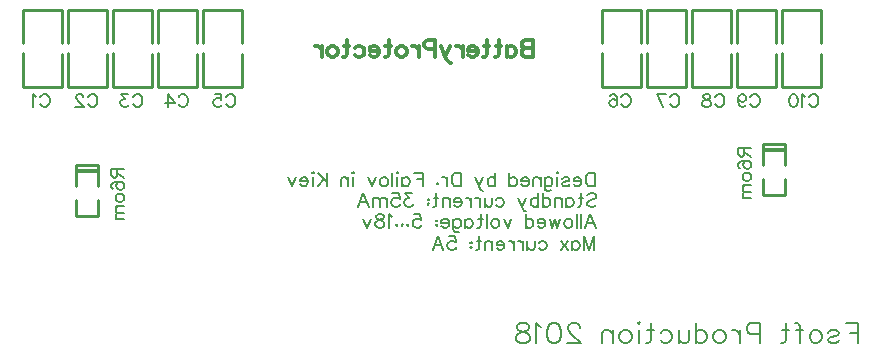
<source format=gbo>
G04 ---------------------------- Layer name :BOTTOM SILK LAYER*
G04 EasyEDA v5.6.10, Sat, 14 Jul 2018 09:59:27 GMT*
G04 2f10b13e7a714cddaf66bfbe285f99f1*
G04 Gerber Generator version 0.2*
G04 Scale: 100 percent, Rotated: No, Reflected: No *
G04 Dimensions in millimeters *
G04 leading zeros omitted , absolute positions ,3 integer and 3 decimal *
%FSLAX33Y33*%
%MOMM*%
G90*
G71D02*

%ADD10C,0.254000*%
%ADD15C,0.203200*%
%ADD16C,0.177800*%
%ADD39C,0.330200*%
%ADD41C,0.299999*%
%ADD42C,0.269999*%

%LPD*%
G54D42*
G01X4673Y27406D02*
G01X4673Y30276D01*
G01X8001Y30276D01*
G01X8001Y27406D01*
G01X8001Y27406D01*
G01X8001Y26492D02*
G01X8001Y26517D01*
G01X8001Y23698D01*
G01X4673Y23698D01*
G01X4673Y26568D01*
G01X8483Y27406D02*
G01X8483Y30276D01*
G01X11811Y30276D01*
G01X11811Y27406D01*
G01X11811Y27406D01*
G01X11811Y26492D02*
G01X11811Y26517D01*
G01X11811Y23698D01*
G01X8483Y23698D01*
G01X8483Y26568D01*
G01X12293Y27406D02*
G01X12293Y30276D01*
G01X15621Y30276D01*
G01X15621Y27406D01*
G01X15621Y27406D01*
G01X15621Y26492D02*
G01X15621Y26517D01*
G01X15621Y23698D01*
G01X12293Y23698D01*
G01X12293Y26568D01*
G01X16103Y27406D02*
G01X16103Y30276D01*
G01X19431Y30276D01*
G01X19431Y27406D01*
G01X19431Y27406D01*
G01X19431Y26492D02*
G01X19431Y26517D01*
G01X19431Y23698D01*
G01X16103Y23698D01*
G01X16103Y26568D01*
G01X19913Y27406D02*
G01X19913Y30276D01*
G01X23241Y30276D01*
G01X23241Y27406D01*
G01X23241Y27406D01*
G01X23241Y26492D02*
G01X23241Y26517D01*
G01X23241Y23698D01*
G01X19913Y23698D01*
G01X19913Y26568D01*
G01X53695Y27406D02*
G01X53695Y30276D01*
G01X57023Y30276D01*
G01X57023Y27406D01*
G01X57023Y27406D01*
G01X57023Y26492D02*
G01X57023Y26517D01*
G01X57023Y23698D01*
G01X53695Y23698D01*
G01X53695Y26568D01*
G01X57505Y27406D02*
G01X57505Y30276D01*
G01X60833Y30276D01*
G01X60833Y27406D01*
G01X60833Y27406D01*
G01X60833Y26492D02*
G01X60833Y26517D01*
G01X60833Y23698D01*
G01X57505Y23698D01*
G01X57505Y26568D01*
G01X61315Y27406D02*
G01X61315Y30276D01*
G01X64643Y30276D01*
G01X64643Y27406D01*
G01X64643Y27406D01*
G01X64643Y26492D02*
G01X64643Y26517D01*
G01X64643Y23698D01*
G01X61315Y23698D01*
G01X61315Y26568D01*
G01X65125Y27406D02*
G01X65125Y30276D01*
G01X68453Y30276D01*
G01X68453Y27406D01*
G01X68453Y27406D01*
G01X68453Y26492D02*
G01X68453Y26517D01*
G01X68453Y23698D01*
G01X65125Y23698D01*
G01X65125Y26568D01*
G01X68935Y27406D02*
G01X68935Y30276D01*
G01X72263Y30276D01*
G01X72263Y27406D01*
G01X72263Y27406D01*
G01X72263Y26492D02*
G01X72263Y26517D01*
G01X72263Y23698D01*
G01X68935Y23698D01*
G01X68935Y26568D01*
G54D39*
G01X69199Y18409D02*
G01X67452Y18409D01*
G54D10*
G01X69253Y17084D02*
G01X69253Y18884D01*
G01X67398Y18884D01*
G01X69253Y15885D02*
G01X69253Y14610D01*
G01X67398Y14610D01*
G01X67398Y14610D02*
G01X67398Y15885D01*
G01X67398Y17084D02*
G01X67398Y18884D01*
G54D39*
G01X11033Y16631D02*
G01X9286Y16631D01*
G54D10*
G01X11087Y15306D02*
G01X11087Y17106D01*
G01X9232Y17106D01*
G01X11087Y14107D02*
G01X11087Y12832D01*
G01X9232Y12832D01*
G01X9232Y12832D02*
G01X9232Y14107D01*
G01X9232Y15306D02*
G01X9232Y17106D01*
G54D41*
G01X47873Y27686D02*
G01X47873Y26254D01*
G01X47873Y27686D02*
G01X47259Y27686D01*
G01X47054Y27617D01*
G01X46986Y27549D01*
G01X46918Y27413D01*
G01X46918Y27276D01*
G01X46986Y27140D01*
G01X47054Y27072D01*
G01X47259Y27004D01*
G01X47873Y27004D02*
G01X47259Y27004D01*
G01X47054Y26935D01*
G01X46986Y26867D01*
G01X46918Y26731D01*
G01X46918Y26526D01*
G01X46986Y26390D01*
G01X47054Y26322D01*
G01X47259Y26254D01*
G01X47873Y26254D01*
G01X45650Y27208D02*
G01X45650Y26254D01*
G01X45650Y27004D02*
G01X45786Y27140D01*
G01X45923Y27208D01*
G01X46127Y27208D01*
G01X46263Y27140D01*
G01X46400Y27004D01*
G01X46468Y26799D01*
G01X46468Y26663D01*
G01X46400Y26458D01*
G01X46263Y26322D01*
G01X46127Y26254D01*
G01X45923Y26254D01*
G01X45786Y26322D01*
G01X45650Y26458D01*
G01X44995Y27686D02*
G01X44995Y26526D01*
G01X44927Y26322D01*
G01X44791Y26254D01*
G01X44654Y26254D01*
G01X45200Y27208D02*
G01X44723Y27208D01*
G01X44000Y27686D02*
G01X44000Y26526D01*
G01X43932Y26322D01*
G01X43795Y26254D01*
G01X43659Y26254D01*
G01X44204Y27208D02*
G01X43727Y27208D01*
G01X43209Y26799D02*
G01X42391Y26799D01*
G01X42391Y26935D01*
G01X42459Y27072D01*
G01X42527Y27140D01*
G01X42663Y27208D01*
G01X42868Y27208D01*
G01X43004Y27140D01*
G01X43141Y27004D01*
G01X43209Y26799D01*
G01X43209Y26663D01*
G01X43141Y26458D01*
G01X43004Y26322D01*
G01X42868Y26254D01*
G01X42663Y26254D01*
G01X42527Y26322D01*
G01X42391Y26458D01*
G01X41941Y27208D02*
G01X41941Y26254D01*
G01X41941Y26799D02*
G01X41873Y27004D01*
G01X41736Y27140D01*
G01X41600Y27208D01*
G01X41395Y27208D01*
G01X40877Y27208D02*
G01X40468Y26254D01*
G01X40059Y27208D02*
G01X40468Y26254D01*
G01X40604Y25981D01*
G01X40741Y25845D01*
G01X40877Y25776D01*
G01X40945Y25776D01*
G01X39609Y27686D02*
G01X39609Y26254D01*
G01X39609Y27686D02*
G01X38995Y27686D01*
G01X38791Y27617D01*
G01X38723Y27549D01*
G01X38654Y27413D01*
G01X38654Y27208D01*
G01X38723Y27072D01*
G01X38791Y27004D01*
G01X38995Y26935D01*
G01X39609Y26935D01*
G01X38204Y27208D02*
G01X38204Y26254D01*
G01X38204Y26799D02*
G01X38136Y27004D01*
G01X38000Y27140D01*
G01X37864Y27208D01*
G01X37659Y27208D01*
G01X36868Y27208D02*
G01X37004Y27140D01*
G01X37141Y27004D01*
G01X37209Y26799D01*
G01X37209Y26663D01*
G01X37141Y26458D01*
G01X37004Y26322D01*
G01X36868Y26254D01*
G01X36664Y26254D01*
G01X36527Y26322D01*
G01X36391Y26458D01*
G01X36323Y26663D01*
G01X36323Y26799D01*
G01X36391Y27004D01*
G01X36527Y27140D01*
G01X36664Y27208D01*
G01X36868Y27208D01*
G01X35668Y27686D02*
G01X35668Y26526D01*
G01X35600Y26322D01*
G01X35464Y26254D01*
G01X35327Y26254D01*
G01X35873Y27208D02*
G01X35395Y27208D01*
G01X34877Y26799D02*
G01X34059Y26799D01*
G01X34059Y26935D01*
G01X34127Y27072D01*
G01X34195Y27140D01*
G01X34332Y27208D01*
G01X34536Y27208D01*
G01X34673Y27140D01*
G01X34809Y27004D01*
G01X34877Y26799D01*
G01X34877Y26663D01*
G01X34809Y26458D01*
G01X34673Y26322D01*
G01X34536Y26254D01*
G01X34332Y26254D01*
G01X34195Y26322D01*
G01X34059Y26458D01*
G01X32791Y27004D02*
G01X32927Y27140D01*
G01X33064Y27208D01*
G01X33268Y27208D01*
G01X33404Y27140D01*
G01X33541Y27004D01*
G01X33609Y26799D01*
G01X33609Y26663D01*
G01X33541Y26458D01*
G01X33404Y26322D01*
G01X33268Y26254D01*
G01X33064Y26254D01*
G01X32927Y26322D01*
G01X32791Y26458D01*
G01X32136Y27686D02*
G01X32136Y26526D01*
G01X32068Y26322D01*
G01X31932Y26254D01*
G01X31795Y26254D01*
G01X32341Y27208D02*
G01X31864Y27208D01*
G01X31004Y27208D02*
G01X31141Y27140D01*
G01X31277Y27004D01*
G01X31345Y26799D01*
G01X31345Y26663D01*
G01X31277Y26458D01*
G01X31141Y26322D01*
G01X31004Y26254D01*
G01X30800Y26254D01*
G01X30664Y26322D01*
G01X30527Y26458D01*
G01X30459Y26663D01*
G01X30459Y26799D01*
G01X30527Y27004D01*
G01X30664Y27140D01*
G01X30800Y27208D01*
G01X31004Y27208D01*
G01X30009Y27208D02*
G01X30009Y26254D01*
G01X30009Y26799D02*
G01X29941Y27004D01*
G01X29804Y27140D01*
G01X29668Y27208D01*
G01X29464Y27208D01*
G54D15*
G01X75412Y3728D02*
G01X75412Y2010D01*
G01X75412Y3728D02*
G01X74349Y3728D01*
G01X75412Y2910D02*
G01X74758Y2910D01*
G01X72909Y2910D02*
G01X72991Y3073D01*
G01X73236Y3155D01*
G01X73481Y3155D01*
G01X73727Y3073D01*
G01X73809Y2910D01*
G01X73727Y2746D01*
G01X73563Y2664D01*
G01X73154Y2582D01*
G01X72991Y2500D01*
G01X72909Y2337D01*
G01X72909Y2255D01*
G01X72991Y2091D01*
G01X73236Y2010D01*
G01X73481Y2010D01*
G01X73727Y2091D01*
G01X73809Y2255D01*
G01X71960Y3155D02*
G01X72123Y3073D01*
G01X72287Y2910D01*
G01X72369Y2664D01*
G01X72369Y2500D01*
G01X72287Y2255D01*
G01X72123Y2091D01*
G01X71960Y2010D01*
G01X71714Y2010D01*
G01X71551Y2091D01*
G01X71387Y2255D01*
G01X71305Y2500D01*
G01X71305Y2664D01*
G01X71387Y2910D01*
G01X71551Y3073D01*
G01X71714Y3155D01*
G01X71960Y3155D01*
G01X70111Y3728D02*
G01X70274Y3728D01*
G01X70438Y3646D01*
G01X70520Y3400D01*
G01X70520Y2010D01*
G01X70765Y3155D02*
G01X70192Y3155D01*
G01X69325Y3728D02*
G01X69325Y2337D01*
G01X69243Y2091D01*
G01X69080Y2010D01*
G01X68916Y2010D01*
G01X69571Y3155D02*
G01X68998Y3155D01*
G01X67116Y3728D02*
G01X67116Y2010D01*
G01X67116Y3728D02*
G01X66380Y3728D01*
G01X66134Y3646D01*
G01X66052Y3564D01*
G01X65971Y3400D01*
G01X65971Y3155D01*
G01X66052Y2991D01*
G01X66134Y2910D01*
G01X66380Y2828D01*
G01X67116Y2828D01*
G01X65431Y3155D02*
G01X65431Y2010D01*
G01X65431Y2664D02*
G01X65349Y2910D01*
G01X65185Y3073D01*
G01X65021Y3155D01*
G01X64776Y3155D01*
G01X63827Y3155D02*
G01X63991Y3073D01*
G01X64154Y2910D01*
G01X64236Y2664D01*
G01X64236Y2500D01*
G01X64154Y2255D01*
G01X63991Y2091D01*
G01X63827Y2010D01*
G01X63581Y2010D01*
G01X63418Y2091D01*
G01X63254Y2255D01*
G01X63172Y2500D01*
G01X63172Y2664D01*
G01X63254Y2910D01*
G01X63418Y3073D01*
G01X63581Y3155D01*
G01X63827Y3155D01*
G01X61651Y3728D02*
G01X61651Y2010D01*
G01X61651Y2910D02*
G01X61814Y3073D01*
G01X61978Y3155D01*
G01X62223Y3155D01*
G01X62387Y3073D01*
G01X62551Y2910D01*
G01X62632Y2664D01*
G01X62632Y2500D01*
G01X62551Y2255D01*
G01X62387Y2091D01*
G01X62223Y2010D01*
G01X61978Y2010D01*
G01X61814Y2091D01*
G01X61651Y2255D01*
G01X61111Y3155D02*
G01X61111Y2337D01*
G01X61029Y2091D01*
G01X60865Y2010D01*
G01X60620Y2010D01*
G01X60456Y2091D01*
G01X60211Y2337D01*
G01X60211Y3155D02*
G01X60211Y2010D01*
G01X58689Y2910D02*
G01X58852Y3073D01*
G01X59016Y3155D01*
G01X59261Y3155D01*
G01X59425Y3073D01*
G01X59589Y2910D01*
G01X59671Y2664D01*
G01X59671Y2500D01*
G01X59589Y2255D01*
G01X59425Y2091D01*
G01X59261Y2010D01*
G01X59016Y2010D01*
G01X58852Y2091D01*
G01X58689Y2255D01*
G01X57903Y3728D02*
G01X57903Y2337D01*
G01X57821Y2091D01*
G01X57658Y2010D01*
G01X57494Y2010D01*
G01X58149Y3155D02*
G01X57576Y3155D01*
G01X56954Y3728D02*
G01X56872Y3646D01*
G01X56791Y3728D01*
G01X56872Y3810D01*
G01X56954Y3728D01*
G01X56872Y3155D02*
G01X56872Y2010D01*
G01X55841Y3155D02*
G01X56005Y3073D01*
G01X56169Y2910D01*
G01X56251Y2664D01*
G01X56251Y2500D01*
G01X56169Y2255D01*
G01X56005Y2091D01*
G01X55841Y2010D01*
G01X55596Y2010D01*
G01X55432Y2091D01*
G01X55269Y2255D01*
G01X55187Y2500D01*
G01X55187Y2664D01*
G01X55269Y2910D01*
G01X55432Y3073D01*
G01X55596Y3155D01*
G01X55841Y3155D01*
G01X54647Y3155D02*
G01X54647Y2010D01*
G01X54647Y2828D02*
G01X54401Y3073D01*
G01X54238Y3155D01*
G01X53992Y3155D01*
G01X53829Y3073D01*
G01X53747Y2828D01*
G01X53747Y2010D01*
G01X51865Y3319D02*
G01X51865Y3400D01*
G01X51783Y3564D01*
G01X51701Y3646D01*
G01X51538Y3728D01*
G01X51211Y3728D01*
G01X51047Y3646D01*
G01X50965Y3564D01*
G01X50883Y3400D01*
G01X50883Y3237D01*
G01X50965Y3073D01*
G01X51129Y2828D01*
G01X51947Y2010D01*
G01X50801Y2010D01*
G01X49771Y3728D02*
G01X50016Y3646D01*
G01X50180Y3400D01*
G01X50261Y2991D01*
G01X50261Y2746D01*
G01X50180Y2337D01*
G01X50016Y2091D01*
G01X49771Y2010D01*
G01X49607Y2010D01*
G01X49361Y2091D01*
G01X49198Y2337D01*
G01X49116Y2746D01*
G01X49116Y2991D01*
G01X49198Y3400D01*
G01X49361Y3646D01*
G01X49607Y3728D01*
G01X49771Y3728D01*
G01X48576Y3400D02*
G01X48412Y3482D01*
G01X48167Y3728D01*
G01X48167Y2010D01*
G01X47218Y3728D02*
G01X47463Y3646D01*
G01X47545Y3482D01*
G01X47545Y3319D01*
G01X47463Y3155D01*
G01X47300Y3073D01*
G01X46972Y2991D01*
G01X46727Y2910D01*
G01X46563Y2746D01*
G01X46482Y2582D01*
G01X46482Y2337D01*
G01X46563Y2173D01*
G01X46645Y2091D01*
G01X46891Y2010D01*
G01X47218Y2010D01*
G01X47463Y2091D01*
G01X47545Y2173D01*
G01X47627Y2337D01*
G01X47627Y2582D01*
G01X47545Y2746D01*
G01X47381Y2910D01*
G01X47136Y2991D01*
G01X46809Y3073D01*
G01X46645Y3155D01*
G01X46563Y3319D01*
G01X46563Y3482D01*
G01X46645Y3646D01*
G01X46891Y3728D01*
G01X47218Y3728D01*
G01X53108Y16455D02*
G01X53108Y15310D01*
G01X53108Y16455D02*
G01X52727Y16455D01*
G01X52563Y16400D01*
G01X52454Y16291D01*
G01X52399Y16182D01*
G01X52345Y16019D01*
G01X52345Y15746D01*
G01X52399Y15582D01*
G01X52454Y15473D01*
G01X52563Y15364D01*
G01X52727Y15310D01*
G01X53108Y15310D01*
G01X51985Y15746D02*
G01X51330Y15746D01*
G01X51330Y15855D01*
G01X51385Y15964D01*
G01X51439Y16019D01*
G01X51548Y16073D01*
G01X51712Y16073D01*
G01X51821Y16019D01*
G01X51930Y15910D01*
G01X51985Y15746D01*
G01X51985Y15637D01*
G01X51930Y15473D01*
G01X51821Y15364D01*
G01X51712Y15310D01*
G01X51548Y15310D01*
G01X51439Y15364D01*
G01X51330Y15473D01*
G01X50370Y15910D02*
G01X50425Y16019D01*
G01X50588Y16073D01*
G01X50752Y16073D01*
G01X50916Y16019D01*
G01X50970Y15910D01*
G01X50916Y15800D01*
G01X50807Y15746D01*
G01X50534Y15691D01*
G01X50425Y15637D01*
G01X50370Y15528D01*
G01X50370Y15473D01*
G01X50425Y15364D01*
G01X50588Y15310D01*
G01X50752Y15310D01*
G01X50916Y15364D01*
G01X50970Y15473D01*
G01X50010Y16455D02*
G01X49956Y16400D01*
G01X49901Y16455D01*
G01X49956Y16510D01*
G01X50010Y16455D01*
G01X49956Y16073D02*
G01X49956Y15310D01*
G01X48887Y16073D02*
G01X48887Y15200D01*
G01X48941Y15037D01*
G01X48996Y14982D01*
G01X49105Y14928D01*
G01X49268Y14928D01*
G01X49377Y14982D01*
G01X48887Y15910D02*
G01X48996Y16019D01*
G01X49105Y16073D01*
G01X49268Y16073D01*
G01X49377Y16019D01*
G01X49487Y15910D01*
G01X49541Y15746D01*
G01X49541Y15637D01*
G01X49487Y15473D01*
G01X49377Y15364D01*
G01X49268Y15310D01*
G01X49105Y15310D01*
G01X48996Y15364D01*
G01X48887Y15473D01*
G01X48527Y16073D02*
G01X48527Y15310D01*
G01X48527Y15855D02*
G01X48363Y16019D01*
G01X48254Y16073D01*
G01X48090Y16073D01*
G01X47981Y16019D01*
G01X47927Y15855D01*
G01X47927Y15310D01*
G01X47567Y15746D02*
G01X46912Y15746D01*
G01X46912Y15855D01*
G01X46967Y15964D01*
G01X47021Y16019D01*
G01X47130Y16073D01*
G01X47294Y16073D01*
G01X47403Y16019D01*
G01X47512Y15910D01*
G01X47567Y15746D01*
G01X47567Y15637D01*
G01X47512Y15473D01*
G01X47403Y15364D01*
G01X47294Y15310D01*
G01X47130Y15310D01*
G01X47021Y15364D01*
G01X46912Y15473D01*
G01X45897Y16455D02*
G01X45897Y15310D01*
G01X45897Y15910D02*
G01X46007Y16019D01*
G01X46116Y16073D01*
G01X46279Y16073D01*
G01X46388Y16019D01*
G01X46497Y15910D01*
G01X46552Y15746D01*
G01X46552Y15637D01*
G01X46497Y15473D01*
G01X46388Y15364D01*
G01X46279Y15310D01*
G01X46116Y15310D01*
G01X46007Y15364D01*
G01X45897Y15473D01*
G01X44697Y16455D02*
G01X44697Y15310D01*
G01X44697Y15910D02*
G01X44588Y16019D01*
G01X44479Y16073D01*
G01X44316Y16073D01*
G01X44207Y16019D01*
G01X44097Y15910D01*
G01X44043Y15746D01*
G01X44043Y15637D01*
G01X44097Y15473D01*
G01X44207Y15364D01*
G01X44316Y15310D01*
G01X44479Y15310D01*
G01X44588Y15364D01*
G01X44697Y15473D01*
G01X43628Y16073D02*
G01X43301Y15310D01*
G01X42974Y16073D02*
G01X43301Y15310D01*
G01X43410Y15091D01*
G01X43519Y14982D01*
G01X43628Y14928D01*
G01X43683Y14928D01*
G01X41774Y16455D02*
G01X41774Y15310D01*
G01X41774Y16455D02*
G01X41392Y16455D01*
G01X41228Y16400D01*
G01X41119Y16291D01*
G01X41065Y16182D01*
G01X41010Y16019D01*
G01X41010Y15746D01*
G01X41065Y15582D01*
G01X41119Y15473D01*
G01X41228Y15364D01*
G01X41392Y15310D01*
G01X41774Y15310D01*
G01X40650Y16073D02*
G01X40650Y15310D01*
G01X40650Y15746D02*
G01X40596Y15910D01*
G01X40487Y16019D01*
G01X40377Y16073D01*
G01X40214Y16073D01*
G01X39799Y15582D02*
G01X39854Y15528D01*
G01X39799Y15473D01*
G01X39745Y15528D01*
G01X39799Y15582D01*
G01X38545Y16455D02*
G01X38545Y15310D01*
G01X38545Y16455D02*
G01X37836Y16455D01*
G01X38545Y15910D02*
G01X38108Y15910D01*
G01X36821Y16073D02*
G01X36821Y15310D01*
G01X36821Y15910D02*
G01X36930Y16019D01*
G01X37039Y16073D01*
G01X37203Y16073D01*
G01X37312Y16019D01*
G01X37421Y15910D01*
G01X37476Y15746D01*
G01X37476Y15637D01*
G01X37421Y15473D01*
G01X37312Y15364D01*
G01X37203Y15310D01*
G01X37039Y15310D01*
G01X36930Y15364D01*
G01X36821Y15473D01*
G01X36461Y16455D02*
G01X36407Y16400D01*
G01X36352Y16455D01*
G01X36407Y16510D01*
G01X36461Y16455D01*
G01X36407Y16073D02*
G01X36407Y15310D01*
G01X35992Y16455D02*
G01X35992Y15310D01*
G01X35359Y16073D02*
G01X35468Y16019D01*
G01X35577Y15910D01*
G01X35632Y15746D01*
G01X35632Y15637D01*
G01X35577Y15473D01*
G01X35468Y15364D01*
G01X35359Y15310D01*
G01X35196Y15310D01*
G01X35087Y15364D01*
G01X34977Y15473D01*
G01X34923Y15637D01*
G01X34923Y15746D01*
G01X34977Y15910D01*
G01X35087Y16019D01*
G01X35196Y16073D01*
G01X35359Y16073D01*
G01X34563Y16073D02*
G01X34236Y15310D01*
G01X33908Y16073D02*
G01X34236Y15310D01*
G01X32708Y16455D02*
G01X32654Y16400D01*
G01X32599Y16455D01*
G01X32654Y16510D01*
G01X32708Y16455D01*
G01X32654Y16073D02*
G01X32654Y15310D01*
G01X32239Y16073D02*
G01X32239Y15310D01*
G01X32239Y15855D02*
G01X32076Y16019D01*
G01X31967Y16073D01*
G01X31803Y16073D01*
G01X31694Y16019D01*
G01X31639Y15855D01*
G01X31639Y15310D01*
G01X30439Y16455D02*
G01X30439Y15310D01*
G01X29676Y16455D02*
G01X30439Y15691D01*
G01X30167Y15964D02*
G01X29676Y15310D01*
G01X29316Y16455D02*
G01X29261Y16400D01*
G01X29207Y16455D01*
G01X29261Y16510D01*
G01X29316Y16455D01*
G01X29261Y16073D02*
G01X29261Y15310D01*
G01X28847Y15746D02*
G01X28192Y15746D01*
G01X28192Y15855D01*
G01X28247Y15964D01*
G01X28301Y16019D01*
G01X28410Y16073D01*
G01X28574Y16073D01*
G01X28683Y16019D01*
G01X28792Y15910D01*
G01X28847Y15746D01*
G01X28847Y15637D01*
G01X28792Y15473D01*
G01X28683Y15364D01*
G01X28574Y15310D01*
G01X28410Y15310D01*
G01X28301Y15364D01*
G01X28192Y15473D01*
G01X27832Y16073D02*
G01X27505Y15310D01*
G01X27177Y16073D02*
G01X27505Y15310D01*
G01X52488Y14568D02*
G01X52597Y14677D01*
G01X52761Y14732D01*
G01X52979Y14732D01*
G01X53143Y14677D01*
G01X53252Y14568D01*
G01X53252Y14459D01*
G01X53197Y14350D01*
G01X53143Y14295D01*
G01X53033Y14241D01*
G01X52706Y14132D01*
G01X52597Y14077D01*
G01X52543Y14022D01*
G01X52488Y13913D01*
G01X52488Y13750D01*
G01X52597Y13641D01*
G01X52761Y13586D01*
G01X52979Y13586D01*
G01X53143Y13641D01*
G01X53252Y13750D01*
G01X51964Y14732D02*
G01X51964Y13804D01*
G01X51910Y13641D01*
G01X51801Y13586D01*
G01X51692Y13586D01*
G01X52128Y14350D02*
G01X51746Y14350D01*
G01X50677Y14350D02*
G01X50677Y13586D01*
G01X50677Y14186D02*
G01X50786Y14295D01*
G01X50895Y14350D01*
G01X51059Y14350D01*
G01X51168Y14295D01*
G01X51277Y14186D01*
G01X51332Y14022D01*
G01X51332Y13913D01*
G01X51277Y13750D01*
G01X51168Y13641D01*
G01X51059Y13586D01*
G01X50895Y13586D01*
G01X50786Y13641D01*
G01X50677Y13750D01*
G01X50317Y14350D02*
G01X50317Y13586D01*
G01X50317Y14132D02*
G01X50153Y14295D01*
G01X50044Y14350D01*
G01X49881Y14350D01*
G01X49772Y14295D01*
G01X49717Y14132D01*
G01X49717Y13586D01*
G01X48703Y14732D02*
G01X48703Y13586D01*
G01X48703Y14186D02*
G01X48812Y14295D01*
G01X48921Y14350D01*
G01X49084Y14350D01*
G01X49193Y14295D01*
G01X49303Y14186D01*
G01X49357Y14022D01*
G01X49357Y13913D01*
G01X49303Y13750D01*
G01X49193Y13641D01*
G01X49084Y13586D01*
G01X48921Y13586D01*
G01X48812Y13641D01*
G01X48703Y13750D01*
G01X48343Y14732D02*
G01X48343Y13586D01*
G01X48343Y14186D02*
G01X48233Y14295D01*
G01X48124Y14350D01*
G01X47961Y14350D01*
G01X47852Y14295D01*
G01X47743Y14186D01*
G01X47688Y14022D01*
G01X47688Y13913D01*
G01X47743Y13750D01*
G01X47852Y13641D01*
G01X47961Y13586D01*
G01X48124Y13586D01*
G01X48233Y13641D01*
G01X48343Y13750D01*
G01X47273Y14350D02*
G01X46946Y13586D01*
G01X46619Y14350D02*
G01X46946Y13586D01*
G01X47055Y13368D01*
G01X47164Y13259D01*
G01X47273Y13204D01*
G01X47328Y13204D01*
G01X44764Y14186D02*
G01X44873Y14295D01*
G01X44983Y14350D01*
G01X45146Y14350D01*
G01X45255Y14295D01*
G01X45364Y14186D01*
G01X45419Y14022D01*
G01X45419Y13913D01*
G01X45364Y13750D01*
G01X45255Y13641D01*
G01X45146Y13586D01*
G01X44983Y13586D01*
G01X44873Y13641D01*
G01X44764Y13750D01*
G01X44404Y14350D02*
G01X44404Y13804D01*
G01X44350Y13641D01*
G01X44241Y13586D01*
G01X44077Y13586D01*
G01X43968Y13641D01*
G01X43804Y13804D01*
G01X43804Y14350D02*
G01X43804Y13586D01*
G01X43444Y14350D02*
G01X43444Y13586D01*
G01X43444Y14022D02*
G01X43390Y14186D01*
G01X43281Y14295D01*
G01X43172Y14350D01*
G01X43008Y14350D01*
G01X42648Y14350D02*
G01X42648Y13586D01*
G01X42648Y14022D02*
G01X42593Y14186D01*
G01X42484Y14295D01*
G01X42375Y14350D01*
G01X42212Y14350D01*
G01X41852Y14022D02*
G01X41197Y14022D01*
G01X41197Y14132D01*
G01X41252Y14241D01*
G01X41306Y14295D01*
G01X41415Y14350D01*
G01X41579Y14350D01*
G01X41688Y14295D01*
G01X41797Y14186D01*
G01X41852Y14022D01*
G01X41852Y13913D01*
G01X41797Y13750D01*
G01X41688Y13641D01*
G01X41579Y13586D01*
G01X41415Y13586D01*
G01X41306Y13641D01*
G01X41197Y13750D01*
G01X40837Y14350D02*
G01X40837Y13586D01*
G01X40837Y14132D02*
G01X40673Y14295D01*
G01X40564Y14350D01*
G01X40401Y14350D01*
G01X40292Y14295D01*
G01X40237Y14132D01*
G01X40237Y13586D01*
G01X39713Y14732D02*
G01X39713Y13804D01*
G01X39659Y13641D01*
G01X39550Y13586D01*
G01X39441Y13586D01*
G01X39877Y14350D02*
G01X39495Y14350D01*
G01X39026Y14241D02*
G01X39081Y14186D01*
G01X39026Y14132D01*
G01X38972Y14186D01*
G01X39026Y14241D01*
G01X39026Y13859D02*
G01X39081Y13804D01*
G01X39026Y13750D01*
G01X38972Y13804D01*
G01X39026Y13859D01*
G01X37663Y14732D02*
G01X37063Y14732D01*
G01X37390Y14295D01*
G01X37226Y14295D01*
G01X37117Y14241D01*
G01X37063Y14186D01*
G01X37008Y14022D01*
G01X37008Y13913D01*
G01X37063Y13750D01*
G01X37172Y13641D01*
G01X37335Y13586D01*
G01X37499Y13586D01*
G01X37663Y13641D01*
G01X37717Y13695D01*
G01X37772Y13804D01*
G01X35993Y14732D02*
G01X36539Y14732D01*
G01X36593Y14241D01*
G01X36539Y14295D01*
G01X36375Y14350D01*
G01X36212Y14350D01*
G01X36048Y14295D01*
G01X35939Y14186D01*
G01X35884Y14022D01*
G01X35884Y13913D01*
G01X35939Y13750D01*
G01X36048Y13641D01*
G01X36212Y13586D01*
G01X36375Y13586D01*
G01X36539Y13641D01*
G01X36593Y13695D01*
G01X36648Y13804D01*
G01X35524Y14350D02*
G01X35524Y13586D01*
G01X35524Y14132D02*
G01X35361Y14295D01*
G01X35252Y14350D01*
G01X35088Y14350D01*
G01X34979Y14295D01*
G01X34924Y14132D01*
G01X34924Y13586D01*
G01X34924Y14132D02*
G01X34761Y14295D01*
G01X34652Y14350D01*
G01X34488Y14350D01*
G01X34379Y14295D01*
G01X34324Y14132D01*
G01X34324Y13586D01*
G01X33528Y14732D02*
G01X33964Y13586D01*
G01X33528Y14732D02*
G01X33092Y13586D01*
G01X33801Y13968D02*
G01X33255Y13968D01*
G01X52749Y12954D02*
G01X53186Y11808D01*
G01X52749Y12954D02*
G01X52313Y11808D01*
G01X53022Y12190D02*
G01X52477Y12190D01*
G01X51953Y12954D02*
G01X51953Y11808D01*
G01X51593Y12954D02*
G01X51593Y11808D01*
G01X50960Y12572D02*
G01X51069Y12517D01*
G01X51178Y12408D01*
G01X51233Y12244D01*
G01X51233Y12135D01*
G01X51178Y11972D01*
G01X51069Y11863D01*
G01X50960Y11808D01*
G01X50797Y11808D01*
G01X50687Y11863D01*
G01X50578Y11972D01*
G01X50524Y12135D01*
G01X50524Y12244D01*
G01X50578Y12408D01*
G01X50687Y12517D01*
G01X50797Y12572D01*
G01X50960Y12572D01*
G01X50164Y12572D02*
G01X49946Y11808D01*
G01X49727Y12572D02*
G01X49946Y11808D01*
G01X49727Y12572D02*
G01X49509Y11808D01*
G01X49291Y12572D02*
G01X49509Y11808D01*
G01X48931Y12244D02*
G01X48277Y12244D01*
G01X48277Y12354D01*
G01X48331Y12463D01*
G01X48386Y12517D01*
G01X48495Y12572D01*
G01X48658Y12572D01*
G01X48767Y12517D01*
G01X48877Y12408D01*
G01X48931Y12244D01*
G01X48931Y12135D01*
G01X48877Y11972D01*
G01X48767Y11863D01*
G01X48658Y11808D01*
G01X48495Y11808D01*
G01X48386Y11863D01*
G01X48277Y11972D01*
G01X47262Y12954D02*
G01X47262Y11808D01*
G01X47262Y12408D02*
G01X47371Y12517D01*
G01X47480Y12572D01*
G01X47644Y12572D01*
G01X47753Y12517D01*
G01X47862Y12408D01*
G01X47917Y12244D01*
G01X47917Y12135D01*
G01X47862Y11972D01*
G01X47753Y11863D01*
G01X47644Y11808D01*
G01X47480Y11808D01*
G01X47371Y11863D01*
G01X47262Y11972D01*
G01X46062Y12572D02*
G01X45735Y11808D01*
G01X45407Y12572D02*
G01X45735Y11808D01*
G01X44775Y12572D02*
G01X44884Y12517D01*
G01X44993Y12408D01*
G01X45047Y12244D01*
G01X45047Y12135D01*
G01X44993Y11972D01*
G01X44884Y11863D01*
G01X44775Y11808D01*
G01X44611Y11808D01*
G01X44502Y11863D01*
G01X44393Y11972D01*
G01X44338Y12135D01*
G01X44338Y12244D01*
G01X44393Y12408D01*
G01X44502Y12517D01*
G01X44611Y12572D01*
G01X44775Y12572D01*
G01X43978Y12954D02*
G01X43978Y11808D01*
G01X43455Y12954D02*
G01X43455Y12026D01*
G01X43400Y11863D01*
G01X43291Y11808D01*
G01X43182Y11808D01*
G01X43618Y12572D02*
G01X43237Y12572D01*
G01X42167Y12572D02*
G01X42167Y11808D01*
G01X42167Y12408D02*
G01X42277Y12517D01*
G01X42386Y12572D01*
G01X42549Y12572D01*
G01X42658Y12517D01*
G01X42767Y12408D01*
G01X42822Y12244D01*
G01X42822Y12135D01*
G01X42767Y11972D01*
G01X42658Y11863D01*
G01X42549Y11808D01*
G01X42386Y11808D01*
G01X42277Y11863D01*
G01X42167Y11972D01*
G01X41153Y12572D02*
G01X41153Y11699D01*
G01X41207Y11535D01*
G01X41262Y11481D01*
G01X41371Y11426D01*
G01X41535Y11426D01*
G01X41644Y11481D01*
G01X41153Y12408D02*
G01X41262Y12517D01*
G01X41371Y12572D01*
G01X41535Y12572D01*
G01X41644Y12517D01*
G01X41753Y12408D01*
G01X41807Y12244D01*
G01X41807Y12135D01*
G01X41753Y11972D01*
G01X41644Y11863D01*
G01X41535Y11808D01*
G01X41371Y11808D01*
G01X41262Y11863D01*
G01X41153Y11972D01*
G01X40793Y12244D02*
G01X40138Y12244D01*
G01X40138Y12354D01*
G01X40193Y12463D01*
G01X40247Y12517D01*
G01X40357Y12572D01*
G01X40520Y12572D01*
G01X40629Y12517D01*
G01X40738Y12408D01*
G01X40793Y12244D01*
G01X40793Y12135D01*
G01X40738Y11972D01*
G01X40629Y11863D01*
G01X40520Y11808D01*
G01X40357Y11808D01*
G01X40247Y11863D01*
G01X40138Y11972D01*
G01X39724Y12463D02*
G01X39778Y12408D01*
G01X39724Y12354D01*
G01X39669Y12408D01*
G01X39724Y12463D01*
G01X39724Y12081D02*
G01X39778Y12026D01*
G01X39724Y11972D01*
G01X39669Y12026D01*
G01X39724Y12081D01*
G01X37815Y12954D02*
G01X38360Y12954D01*
G01X38415Y12463D01*
G01X38360Y12517D01*
G01X38197Y12572D01*
G01X38033Y12572D01*
G01X37869Y12517D01*
G01X37760Y12408D01*
G01X37706Y12244D01*
G01X37706Y12135D01*
G01X37760Y11972D01*
G01X37869Y11863D01*
G01X38033Y11808D01*
G01X38197Y11808D01*
G01X38360Y11863D01*
G01X38415Y11917D01*
G01X38469Y12026D01*
G01X37291Y12081D02*
G01X37346Y12026D01*
G01X37291Y11972D01*
G01X37237Y12026D01*
G01X37291Y12081D01*
G01X36822Y12081D02*
G01X36877Y12026D01*
G01X36822Y11972D01*
G01X36767Y12026D01*
G01X36822Y12081D01*
G01X36353Y12081D02*
G01X36407Y12026D01*
G01X36353Y11972D01*
G01X36298Y12026D01*
G01X36353Y12081D01*
G01X35938Y12735D02*
G01X35829Y12790D01*
G01X35666Y12954D01*
G01X35666Y11808D01*
G01X35033Y12954D02*
G01X35197Y12899D01*
G01X35251Y12790D01*
G01X35251Y12681D01*
G01X35197Y12572D01*
G01X35087Y12517D01*
G01X34869Y12463D01*
G01X34706Y12408D01*
G01X34597Y12299D01*
G01X34542Y12190D01*
G01X34542Y12026D01*
G01X34597Y11917D01*
G01X34651Y11863D01*
G01X34815Y11808D01*
G01X35033Y11808D01*
G01X35197Y11863D01*
G01X35251Y11917D01*
G01X35306Y12026D01*
G01X35306Y12190D01*
G01X35251Y12299D01*
G01X35142Y12408D01*
G01X34978Y12463D01*
G01X34760Y12517D01*
G01X34651Y12572D01*
G01X34597Y12681D01*
G01X34597Y12790D01*
G01X34651Y12899D01*
G01X34815Y12954D01*
G01X35033Y12954D01*
G01X34182Y12572D02*
G01X33855Y11808D01*
G01X33528Y12572D02*
G01X33855Y11808D01*
G01X53086Y11068D02*
G01X53086Y9923D01*
G01X53086Y11068D02*
G01X52649Y9923D01*
G01X52213Y11068D02*
G01X52649Y9923D01*
G01X52213Y11068D02*
G01X52213Y9923D01*
G01X51198Y10686D02*
G01X51198Y9923D01*
G01X51198Y10523D02*
G01X51307Y10632D01*
G01X51416Y10686D01*
G01X51580Y10686D01*
G01X51689Y10632D01*
G01X51798Y10523D01*
G01X51853Y10359D01*
G01X51853Y10250D01*
G01X51798Y10086D01*
G01X51689Y9977D01*
G01X51580Y9923D01*
G01X51416Y9923D01*
G01X51307Y9977D01*
G01X51198Y10086D01*
G01X50838Y10686D02*
G01X50238Y9923D01*
G01X50238Y10686D02*
G01X50838Y9923D01*
G01X48384Y10523D02*
G01X48493Y10632D01*
G01X48602Y10686D01*
G01X48766Y10686D01*
G01X48875Y10632D01*
G01X48984Y10523D01*
G01X49038Y10359D01*
G01X49038Y10250D01*
G01X48984Y10086D01*
G01X48875Y9977D01*
G01X48766Y9923D01*
G01X48602Y9923D01*
G01X48493Y9977D01*
G01X48384Y10086D01*
G01X48024Y10686D02*
G01X48024Y10141D01*
G01X47969Y9977D01*
G01X47860Y9923D01*
G01X47696Y9923D01*
G01X47587Y9977D01*
G01X47424Y10141D01*
G01X47424Y10686D02*
G01X47424Y9923D01*
G01X47064Y10686D02*
G01X47064Y9923D01*
G01X47064Y10359D02*
G01X47009Y10523D01*
G01X46900Y10632D01*
G01X46791Y10686D01*
G01X46627Y10686D01*
G01X46267Y10686D02*
G01X46267Y9923D01*
G01X46267Y10359D02*
G01X46213Y10523D01*
G01X46104Y10632D01*
G01X45995Y10686D01*
G01X45831Y10686D01*
G01X45471Y10359D02*
G01X44816Y10359D01*
G01X44816Y10468D01*
G01X44871Y10577D01*
G01X44926Y10632D01*
G01X45035Y10686D01*
G01X45198Y10686D01*
G01X45307Y10632D01*
G01X45416Y10523D01*
G01X45471Y10359D01*
G01X45471Y10250D01*
G01X45416Y10086D01*
G01X45307Y9977D01*
G01X45198Y9923D01*
G01X45035Y9923D01*
G01X44926Y9977D01*
G01X44816Y10086D01*
G01X44456Y10686D02*
G01X44456Y9923D01*
G01X44456Y10468D02*
G01X44293Y10632D01*
G01X44184Y10686D01*
G01X44020Y10686D01*
G01X43911Y10632D01*
G01X43856Y10468D01*
G01X43856Y9923D01*
G01X43333Y11068D02*
G01X43333Y10141D01*
G01X43278Y9977D01*
G01X43169Y9923D01*
G01X43060Y9923D01*
G01X43496Y10686D02*
G01X43115Y10686D01*
G01X42646Y10577D02*
G01X42700Y10523D01*
G01X42646Y10468D01*
G01X42591Y10523D01*
G01X42646Y10577D01*
G01X42646Y10195D02*
G01X42700Y10141D01*
G01X42646Y10086D01*
G01X42591Y10141D01*
G01X42646Y10195D01*
G01X40736Y11068D02*
G01X41282Y11068D01*
G01X41336Y10577D01*
G01X41282Y10632D01*
G01X41118Y10686D01*
G01X40955Y10686D01*
G01X40791Y10632D01*
G01X40682Y10523D01*
G01X40627Y10359D01*
G01X40627Y10250D01*
G01X40682Y10086D01*
G01X40791Y9977D01*
G01X40955Y9923D01*
G01X41118Y9923D01*
G01X41282Y9977D01*
G01X41336Y10032D01*
G01X41391Y10141D01*
G01X39831Y11068D02*
G01X40267Y9923D01*
G01X39831Y11068D02*
G01X39395Y9923D01*
G01X40104Y10304D02*
G01X39558Y10304D01*
G54D16*
G01X6190Y22854D02*
G01X6242Y22958D01*
G01X6346Y23062D01*
G01X6450Y23113D01*
G01X6658Y23113D01*
G01X6762Y23062D01*
G01X6866Y22958D01*
G01X6918Y22854D01*
G01X6969Y22698D01*
G01X6969Y22438D01*
G01X6918Y22282D01*
G01X6866Y22178D01*
G01X6762Y22074D01*
G01X6658Y22022D01*
G01X6450Y22022D01*
G01X6346Y22074D01*
G01X6242Y22178D01*
G01X6190Y22282D01*
G01X5847Y22906D02*
G01X5743Y22958D01*
G01X5588Y23113D01*
G01X5588Y22022D01*
G01X10214Y22854D02*
G01X10266Y22958D01*
G01X10370Y23062D01*
G01X10473Y23113D01*
G01X10681Y23113D01*
G01X10785Y23062D01*
G01X10889Y22958D01*
G01X10941Y22854D01*
G01X10993Y22698D01*
G01X10993Y22438D01*
G01X10941Y22282D01*
G01X10889Y22178D01*
G01X10785Y22074D01*
G01X10681Y22022D01*
G01X10473Y22022D01*
G01X10370Y22074D01*
G01X10266Y22178D01*
G01X10214Y22282D01*
G01X9819Y22854D02*
G01X9819Y22906D01*
G01X9767Y23010D01*
G01X9715Y23062D01*
G01X9611Y23113D01*
G01X9403Y23113D01*
G01X9299Y23062D01*
G01X9247Y23010D01*
G01X9195Y22906D01*
G01X9195Y22802D01*
G01X9247Y22698D01*
G01X9351Y22542D01*
G01X9871Y22022D01*
G01X9143Y22022D01*
G01X14024Y22854D02*
G01X14076Y22958D01*
G01X14180Y23062D01*
G01X14283Y23113D01*
G01X14491Y23113D01*
G01X14595Y23062D01*
G01X14699Y22958D01*
G01X14751Y22854D01*
G01X14803Y22698D01*
G01X14803Y22438D01*
G01X14751Y22282D01*
G01X14699Y22178D01*
G01X14595Y22074D01*
G01X14491Y22022D01*
G01X14283Y22022D01*
G01X14180Y22074D01*
G01X14076Y22178D01*
G01X14024Y22282D01*
G01X13577Y23113D02*
G01X13005Y23113D01*
G01X13317Y22698D01*
G01X13161Y22698D01*
G01X13057Y22646D01*
G01X13005Y22594D01*
G01X12953Y22438D01*
G01X12953Y22334D01*
G01X13005Y22178D01*
G01X13109Y22074D01*
G01X13265Y22022D01*
G01X13421Y22022D01*
G01X13577Y22074D01*
G01X13629Y22126D01*
G01X13681Y22230D01*
G01X17886Y22854D02*
G01X17938Y22958D01*
G01X18042Y23062D01*
G01X18145Y23113D01*
G01X18353Y23113D01*
G01X18457Y23062D01*
G01X18561Y22958D01*
G01X18613Y22854D01*
G01X18665Y22698D01*
G01X18665Y22438D01*
G01X18613Y22282D01*
G01X18561Y22178D01*
G01X18457Y22074D01*
G01X18353Y22022D01*
G01X18145Y22022D01*
G01X18042Y22074D01*
G01X17938Y22178D01*
G01X17886Y22282D01*
G01X17023Y23113D02*
G01X17543Y22386D01*
G01X16763Y22386D01*
G01X17023Y23113D02*
G01X17023Y22022D01*
G01X21898Y22854D02*
G01X21950Y22958D01*
G01X22054Y23062D01*
G01X22157Y23113D01*
G01X22365Y23113D01*
G01X22469Y23062D01*
G01X22573Y22958D01*
G01X22625Y22854D01*
G01X22677Y22698D01*
G01X22677Y22438D01*
G01X22625Y22282D01*
G01X22573Y22178D01*
G01X22469Y22074D01*
G01X22365Y22022D01*
G01X22157Y22022D01*
G01X22054Y22074D01*
G01X21950Y22178D01*
G01X21898Y22282D01*
G01X20931Y23113D02*
G01X21451Y23113D01*
G01X21503Y22646D01*
G01X21451Y22698D01*
G01X21295Y22750D01*
G01X21139Y22750D01*
G01X20983Y22698D01*
G01X20879Y22594D01*
G01X20827Y22438D01*
G01X20827Y22334D01*
G01X20879Y22178D01*
G01X20983Y22074D01*
G01X21139Y22022D01*
G01X21295Y22022D01*
G01X21451Y22074D01*
G01X21503Y22126D01*
G01X21555Y22230D01*
G01X55374Y22854D02*
G01X55426Y22958D01*
G01X55530Y23062D01*
G01X55634Y23113D01*
G01X55841Y23113D01*
G01X55945Y23062D01*
G01X56049Y22958D01*
G01X56101Y22854D01*
G01X56153Y22698D01*
G01X56153Y22438D01*
G01X56101Y22282D01*
G01X56049Y22178D01*
G01X55945Y22074D01*
G01X55841Y22022D01*
G01X55634Y22022D01*
G01X55530Y22074D01*
G01X55426Y22178D01*
G01X55374Y22282D01*
G01X54407Y22958D02*
G01X54459Y23062D01*
G01X54615Y23113D01*
G01X54719Y23113D01*
G01X54875Y23062D01*
G01X54979Y22906D01*
G01X55031Y22646D01*
G01X55031Y22386D01*
G01X54979Y22178D01*
G01X54875Y22074D01*
G01X54719Y22022D01*
G01X54667Y22022D01*
G01X54511Y22074D01*
G01X54407Y22178D01*
G01X54355Y22334D01*
G01X54355Y22386D01*
G01X54407Y22542D01*
G01X54511Y22646D01*
G01X54667Y22698D01*
G01X54719Y22698D01*
G01X54875Y22646D01*
G01X54979Y22542D01*
G01X55031Y22386D01*
G01X59490Y22854D02*
G01X59542Y22958D01*
G01X59646Y23062D01*
G01X59750Y23114D01*
G01X59957Y23114D01*
G01X60061Y23062D01*
G01X60165Y22958D01*
G01X60217Y22854D01*
G01X60269Y22698D01*
G01X60269Y22438D01*
G01X60217Y22282D01*
G01X60165Y22178D01*
G01X60061Y22074D01*
G01X59957Y22022D01*
G01X59750Y22022D01*
G01X59646Y22074D01*
G01X59542Y22178D01*
G01X59490Y22282D01*
G01X58419Y23114D02*
G01X58939Y22022D01*
G01X59147Y23114D02*
G01X58419Y23114D01*
G01X63300Y22854D02*
G01X63352Y22958D01*
G01X63456Y23062D01*
G01X63560Y23114D01*
G01X63767Y23114D01*
G01X63871Y23062D01*
G01X63975Y22958D01*
G01X64027Y22854D01*
G01X64079Y22698D01*
G01X64079Y22438D01*
G01X64027Y22282D01*
G01X63975Y22178D01*
G01X63871Y22074D01*
G01X63767Y22022D01*
G01X63560Y22022D01*
G01X63456Y22074D01*
G01X63352Y22178D01*
G01X63300Y22282D01*
G01X62697Y23114D02*
G01X62853Y23062D01*
G01X62905Y22958D01*
G01X62905Y22854D01*
G01X62853Y22750D01*
G01X62749Y22698D01*
G01X62541Y22646D01*
G01X62385Y22594D01*
G01X62281Y22490D01*
G01X62229Y22386D01*
G01X62229Y22230D01*
G01X62281Y22126D01*
G01X62333Y22074D01*
G01X62489Y22022D01*
G01X62697Y22022D01*
G01X62853Y22074D01*
G01X62905Y22126D01*
G01X62957Y22230D01*
G01X62957Y22386D01*
G01X62905Y22490D01*
G01X62801Y22594D01*
G01X62645Y22646D01*
G01X62437Y22698D01*
G01X62333Y22750D01*
G01X62281Y22854D01*
G01X62281Y22958D01*
G01X62333Y23062D01*
G01X62489Y23114D01*
G01X62697Y23114D01*
G01X66296Y22854D02*
G01X66348Y22958D01*
G01X66452Y23062D01*
G01X66556Y23114D01*
G01X66763Y23114D01*
G01X66867Y23062D01*
G01X66971Y22958D01*
G01X67023Y22854D01*
G01X67075Y22698D01*
G01X67075Y22438D01*
G01X67023Y22282D01*
G01X66971Y22178D01*
G01X66867Y22074D01*
G01X66763Y22022D01*
G01X66556Y22022D01*
G01X66452Y22074D01*
G01X66348Y22178D01*
G01X66296Y22282D01*
G01X65277Y22750D02*
G01X65329Y22594D01*
G01X65433Y22490D01*
G01X65589Y22438D01*
G01X65641Y22438D01*
G01X65797Y22490D01*
G01X65901Y22594D01*
G01X65953Y22750D01*
G01X65953Y22802D01*
G01X65901Y22958D01*
G01X65797Y23062D01*
G01X65641Y23114D01*
G01X65589Y23114D01*
G01X65433Y23062D01*
G01X65329Y22958D01*
G01X65277Y22750D01*
G01X65277Y22490D01*
G01X65329Y22230D01*
G01X65433Y22074D01*
G01X65589Y22022D01*
G01X65693Y22022D01*
G01X65849Y22074D01*
G01X65901Y22178D01*
G01X71268Y22854D02*
G01X71320Y22958D01*
G01X71424Y23062D01*
G01X71528Y23114D01*
G01X71736Y23114D01*
G01X71840Y23062D01*
G01X71944Y22958D01*
G01X71996Y22854D01*
G01X72048Y22698D01*
G01X72048Y22438D01*
G01X71996Y22282D01*
G01X71944Y22178D01*
G01X71840Y22074D01*
G01X71736Y22022D01*
G01X71528Y22022D01*
G01X71424Y22074D01*
G01X71320Y22178D01*
G01X71268Y22282D01*
G01X70926Y22906D02*
G01X70822Y22958D01*
G01X70666Y23114D01*
G01X70666Y22022D01*
G01X70011Y23114D02*
G01X70167Y23062D01*
G01X70271Y22906D01*
G01X70323Y22646D01*
G01X70323Y22490D01*
G01X70271Y22230D01*
G01X70167Y22074D01*
G01X70011Y22022D01*
G01X69907Y22022D01*
G01X69751Y22074D01*
G01X69648Y22230D01*
G01X69596Y22490D01*
G01X69596Y22646D01*
G01X69648Y22906D01*
G01X69751Y23062D01*
G01X69907Y23114D01*
G01X70011Y23114D01*
G01X65277Y18542D02*
G01X66368Y18542D01*
G01X65277Y18542D02*
G01X65277Y18074D01*
G01X65329Y17918D01*
G01X65381Y17866D01*
G01X65485Y17814D01*
G01X65589Y17814D01*
G01X65693Y17866D01*
G01X65745Y17918D01*
G01X65797Y18074D01*
G01X65797Y18542D01*
G01X65797Y18178D02*
G01X66368Y17814D01*
G01X65433Y16848D02*
G01X65329Y16900D01*
G01X65277Y17056D01*
G01X65277Y17160D01*
G01X65329Y17315D01*
G01X65485Y17419D01*
G01X65745Y17471D01*
G01X66005Y17471D01*
G01X66213Y17419D01*
G01X66316Y17315D01*
G01X66368Y17160D01*
G01X66368Y17108D01*
G01X66316Y16952D01*
G01X66213Y16848D01*
G01X66057Y16796D01*
G01X66005Y16796D01*
G01X65849Y16848D01*
G01X65745Y16952D01*
G01X65693Y17108D01*
G01X65693Y17160D01*
G01X65745Y17315D01*
G01X65849Y17419D01*
G01X66005Y17471D01*
G01X65641Y16193D02*
G01X65693Y16297D01*
G01X65797Y16401D01*
G01X65953Y16453D01*
G01X66057Y16453D01*
G01X66213Y16401D01*
G01X66316Y16297D01*
G01X66368Y16193D01*
G01X66368Y16037D01*
G01X66316Y15933D01*
G01X66213Y15829D01*
G01X66057Y15778D01*
G01X65953Y15778D01*
G01X65797Y15829D01*
G01X65693Y15933D01*
G01X65641Y16037D01*
G01X65641Y16193D01*
G01X65641Y15435D02*
G01X66368Y15435D01*
G01X65849Y15435D02*
G01X65693Y15279D01*
G01X65641Y15175D01*
G01X65641Y15019D01*
G01X65693Y14915D01*
G01X65849Y14863D01*
G01X66368Y14863D01*
G01X65849Y14863D02*
G01X65693Y14707D01*
G01X65641Y14603D01*
G01X65641Y14447D01*
G01X65693Y14344D01*
G01X65849Y14292D01*
G01X66368Y14292D01*
G01X12189Y16766D02*
G01X13280Y16766D01*
G01X12189Y16766D02*
G01X12189Y16298D01*
G01X12241Y16143D01*
G01X12293Y16091D01*
G01X12397Y16039D01*
G01X12501Y16039D01*
G01X12605Y16091D01*
G01X12657Y16143D01*
G01X12709Y16298D01*
G01X12709Y16766D01*
G01X12709Y16402D02*
G01X13280Y16039D01*
G01X12345Y15072D02*
G01X12241Y15124D01*
G01X12189Y15280D01*
G01X12189Y15384D01*
G01X12241Y15540D01*
G01X12397Y15644D01*
G01X12657Y15696D01*
G01X12916Y15696D01*
G01X13124Y15644D01*
G01X13228Y15540D01*
G01X13280Y15384D01*
G01X13280Y15332D01*
G01X13228Y15176D01*
G01X13124Y15072D01*
G01X12968Y15020D01*
G01X12916Y15020D01*
G01X12761Y15072D01*
G01X12657Y15176D01*
G01X12605Y15332D01*
G01X12605Y15384D01*
G01X12657Y15540D01*
G01X12761Y15644D01*
G01X12916Y15696D01*
G01X12553Y14418D02*
G01X12605Y14522D01*
G01X12709Y14626D01*
G01X12864Y14677D01*
G01X12968Y14677D01*
G01X13124Y14626D01*
G01X13228Y14522D01*
G01X13280Y14418D01*
G01X13280Y14262D01*
G01X13228Y14158D01*
G01X13124Y14054D01*
G01X12968Y14002D01*
G01X12864Y14002D01*
G01X12709Y14054D01*
G01X12605Y14158D01*
G01X12553Y14262D01*
G01X12553Y14418D01*
G01X12553Y13659D02*
G01X13280Y13659D01*
G01X12761Y13659D02*
G01X12605Y13503D01*
G01X12553Y13399D01*
G01X12553Y13244D01*
G01X12605Y13140D01*
G01X12761Y13088D01*
G01X13280Y13088D01*
G01X12761Y13088D02*
G01X12605Y12932D01*
G01X12553Y12828D01*
G01X12553Y12672D01*
G01X12605Y12568D01*
G01X12761Y12516D01*
G01X13280Y12516D01*
M00*
M02*

</source>
